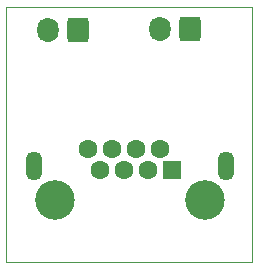
<source format=gbr>
G04 #@! TF.GenerationSoftware,KiCad,Pcbnew,(6.0.0)*
G04 #@! TF.CreationDate,2022-07-24T20:27:42-05:00*
G04 #@! TF.ProjectId,RJ45GoButton,524a3435-476f-4427-9574-746f6e2e6b69,rev?*
G04 #@! TF.SameCoordinates,Original*
G04 #@! TF.FileFunction,Soldermask,Top*
G04 #@! TF.FilePolarity,Negative*
%FSLAX46Y46*%
G04 Gerber Fmt 4.6, Leading zero omitted, Abs format (unit mm)*
G04 Created by KiCad (PCBNEW (6.0.0)) date 2022-07-24 20:27:42*
%MOMM*%
%LPD*%
G01*
G04 APERTURE LIST*
G04 Aperture macros list*
%AMRoundRect*
0 Rectangle with rounded corners*
0 $1 Rounding radius*
0 $2 $3 $4 $5 $6 $7 $8 $9 X,Y pos of 4 corners*
0 Add a 4 corners polygon primitive as box body*
4,1,4,$2,$3,$4,$5,$6,$7,$8,$9,$2,$3,0*
0 Add four circle primitives for the rounded corners*
1,1,$1+$1,$2,$3*
1,1,$1+$1,$4,$5*
1,1,$1+$1,$6,$7*
1,1,$1+$1,$8,$9*
0 Add four rect primitives between the rounded corners*
20,1,$1+$1,$2,$3,$4,$5,0*
20,1,$1+$1,$4,$5,$6,$7,0*
20,1,$1+$1,$6,$7,$8,$9,0*
20,1,$1+$1,$8,$9,$2,$3,0*%
G04 Aperture macros list end*
G04 #@! TA.AperFunction,Profile*
%ADD10C,0.050000*%
G04 #@! TD*
%ADD11C,3.352000*%
%ADD12RoundRect,0.051000X-0.750000X-0.750000X0.750000X-0.750000X0.750000X0.750000X-0.750000X0.750000X0*%
%ADD13C,1.602000*%
%ADD14O,1.361000X2.464000*%
%ADD15RoundRect,0.301000X0.600000X0.750000X-0.600000X0.750000X-0.600000X-0.750000X0.600000X-0.750000X0*%
%ADD16O,1.802000X2.102000*%
G04 APERTURE END LIST*
D10*
X161190000Y-92530000D02*
X161200000Y-114160000D01*
X140410000Y-114160000D02*
X140410000Y-92530000D01*
X161200000Y-114160000D02*
X140410000Y-114160000D01*
X140410000Y-92530000D02*
X161190000Y-92530000D01*
X161190000Y-92530000D02*
X161200000Y-114160000D01*
X140410000Y-114160000D02*
X140410000Y-92530000D01*
X161200000Y-114160000D02*
X140410000Y-114160000D01*
X140410000Y-92530000D02*
X161190000Y-92530000D01*
D11*
X157229080Y-108922820D03*
X144529080Y-108922820D03*
D12*
X154428380Y-106382820D03*
D13*
X153408380Y-104602820D03*
X152398380Y-106382820D03*
X151378380Y-104602820D03*
X150368380Y-106382820D03*
X149348380Y-104602820D03*
X148338380Y-106382820D03*
X147318380Y-104602820D03*
D14*
X142749080Y-106020870D03*
X159009080Y-106020870D03*
D15*
X155940000Y-94400000D03*
D16*
X153440000Y-94400000D03*
D15*
X146450000Y-94490000D03*
D16*
X143950000Y-94490000D03*
M02*

</source>
